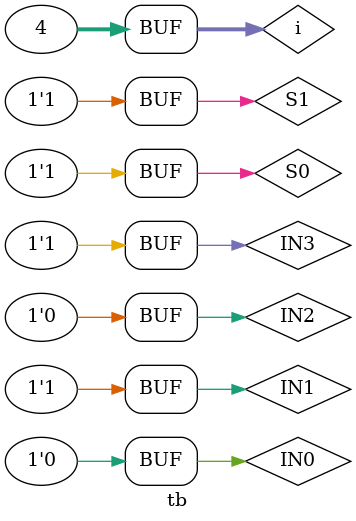
<source format=v>

module a4x1_mux (output reg y,
                 input in1, in2, in3, in0, s0, s1);
  
  always@(*)
    begin
      case({s1,s0})
          2'b00 : y = in0;
          2'b01 : y = in1;
          2'b10 : y = in2;
          2'b11 : y = in3;
          default : y = 0;
      endcase
    end
endmodule


//testbench

module tb;
  wire Y;
  reg IN0,IN1,IN2,IN3,S0,S1;
  integer i;
  
  a4x1_mux i1 (.y(Y), .in0(IN0), .in1(IN1), .in2(IN2), .in3(IN3), .s0(S0), .s1(S1));
  
  initial
    begin
      IN0 <= 1'b0;
      IN1 <= 1'b1;
      IN2 <= 1'b0;
      IN3 <= 1'b1;
      S0 <= 1'b0;
      S1 <= 1'b0;
            
      $monitor("time=%t, s1=%b, s0=%b, y=%b", $time, S1,S0,Y);
      
      for(i=0; i<4; i=i+1)
        begin
          {S1,S0} = i;
          #10;
        end
    end
endmodule

</source>
